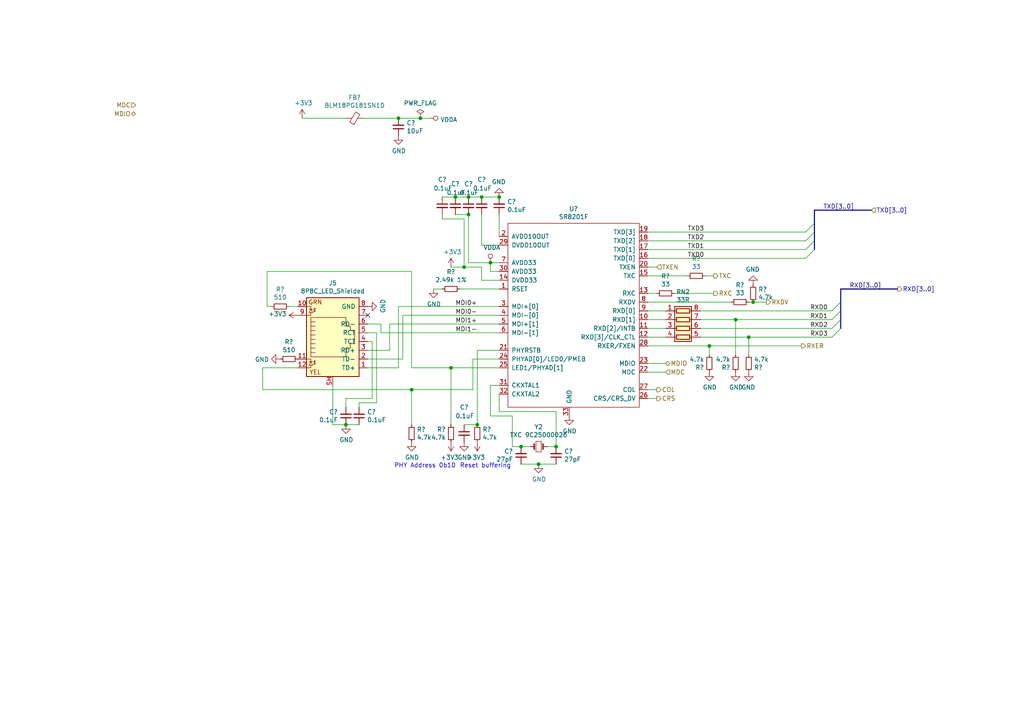
<source format=kicad_sch>
(kicad_sch (version 20231120) (generator "eeschema") (generator_version "8.0")
  (paper "A4")
  (title_block (rev "1.0"))
  (lib_symbols
    (symbol "100base-t1-converter-rescue:+3V3-power" (power) (pin_names (offset 0))
      (property "Value" "power_+3V3" (at 0 3.556 0))
      (symbol "+3V3-power_0_1"
        (polyline (pts (xy -0.762 1.27) (xy 0 2.54)))
        (polyline (pts (xy 0 0) (xy 0 2.54)))
        (polyline (pts (xy 0 2.54) (xy 0.762 1.27)))
      )
      (symbol "+3V3-power_1_1"
        (pin power_in line (at 0 0 90) (length 0) hide (name "+3V3") (number "1"))
      )
    )
    (symbol "100base-t1-converter-rescue:Ferrite_Bead_Small-Device" (pin_numbers hide) (pin_names (offset 0))
      (property "Reference" "FB" (at 1.905 1.27 0))
      (property "Value" "Device_Ferrite_Bead_Small" (at 1.905 -1.27 0))
      (symbol "Ferrite_Bead_Small-Device_0_1"
        (polyline (pts (xy 0 -1.27) (xy 0 -0.7874)))
        (polyline (pts (xy 0 0.889) (xy 0 1.2954)))
        (polyline (pts (xy -1.8288 0.2794) (xy -1.1176 1.4986) (xy 1.8288 -0.2032) (xy 1.1176 -1.4224) (xy -1.8288 0.2794)))
      )
      (symbol "Ferrite_Bead_Small-Device_1_1"
        (pin passive line (at 0 2.54 270) (length 1.27) (name "~") (number "1"))
        (pin passive line (at 0 -2.54 90) (length 1.27) (name "~") (number "2"))
      )
    )
    (symbol "100base-t1-converter-rescue:GND-power" (power) (pin_names (offset 0))
      (property "Value" "power_GND" (at 0 -3.81 0))
      (symbol "GND-power_0_1"
        (polyline (pts (xy 0 0) (xy 0 -1.27) (xy 1.27 -1.27) (xy 0 -2.54) (xy -1.27 -1.27) (xy 0 -1.27)))
      )
      (symbol "GND-power_1_1"
        (pin power_in line (at 0 0 270) (length 0) hide (name "GND") (number "1"))
      )
    )
    (symbol "100base-t1-converter-rescue:PWR_FLAG-power" (power) (pin_numbers hide) (pin_names (offset 0) hide)
      (property "Value" "power_PWR_FLAG" (at 0 3.81 0))
      (symbol "PWR_FLAG-power_0_0"
        (pin power_out line (at 0 0 90) (length 0) (name "pwr") (number "1"))
      )
      (symbol "PWR_FLAG-power_0_1"
        (polyline (pts (xy 0 0) (xy 0 1.27) (xy -1.016 1.905) (xy 0 2.54) (xy 1.016 1.905) (xy 0 1.27)))
      )
    )
    (symbol "100base-t1-converter-rescue:VDDA-power" (power) (pin_names (offset 0))
      (property "Value" "power_VDDA" (at 0 3.81 0))
      (symbol "VDDA-power_0_1"
        (polyline (pts (xy 0 0) (xy 0 1.27)))
        (circle (center 0 1.905) (radius 0.635))
      )
      (symbol "VDDA-power_1_1"
        (pin power_in line (at 0 0 90) (length 0) hide (name "VDDA") (number "1"))
      )
    )
    (symbol "Device:C_Small" (pin_numbers hide) (pin_names (offset 0.254) hide)
      (property "Reference" "C" (at 0.254 1.778 0))
      (property "Value" "C_Small" (at 0.254 -2.032 0))
      (symbol "C_Small_0_1"
        (polyline (pts (xy -1.524 -0.508) (xy 1.524 -0.508)) (stroke (width 0.3302)))
        (polyline (pts (xy -1.524 0.508) (xy 1.524 0.508)) (stroke (width 0.3048)))
      )
      (symbol "C_Small_1_1"
        (pin passive line (at 0 2.54 270) (length 2.032) (name "~") (number "1"))
        (pin passive line (at 0 -2.54 90) (length 2.032) (name "~") (number "2"))
      )
    )
    (symbol "Device:Crystal_Small" (pin_numbers hide) (pin_names (offset 1.016) hide)
      (property "Reference" "Y" (at 0 2.54 0))
      (property "Value" "Crystal_Small" (at 0 -2.54 0))
      (symbol "Crystal_Small_0_1"
        (rectangle (start -0.762 -1.524) (end 0.762 1.524))
        (polyline (pts (xy -1.27 -0.762) (xy -1.27 0.762)) (stroke (width 0.381)))
        (polyline (pts (xy 1.27 -0.762) (xy 1.27 0.762)) (stroke (width 0.381)))
      )
      (symbol "Crystal_Small_1_1"
        (pin passive line (at -2.54 0 0) (length 1.27) (name "1") (number "1"))
        (pin passive line (at 2.54 0 180) (length 1.27) (name "2") (number "2"))
      )
    )
    (symbol "Device:R_Pack04" (pin_names (offset 0) hide)
      (property "Reference" "RN" (at -7.62 0 90))
      (property "Value" "R_Pack04" (at 5.08 0 90))
      (symbol "R_Pack04_0_1"
        (rectangle (start -6.35 -2.413) (end 3.81 2.413) (stroke (width 0.254)) (fill (type background)))
        (rectangle (start -5.715 1.905) (end -4.445 -1.905) (stroke (width 0.254)))
        (rectangle (start -3.175 1.905) (end -1.905 -1.905) (stroke (width 0.254)))
        (rectangle (start -0.635 1.905) (end 0.635 -1.905) (stroke (width 0.254)))
        (polyline (pts (xy -5.08 -2.54) (xy -5.08 -1.905)))
        (polyline (pts (xy -5.08 1.905) (xy -5.08 2.54)))
        (polyline (pts (xy -2.54 -2.54) (xy -2.54 -1.905)))
        (polyline (pts (xy -2.54 1.905) (xy -2.54 2.54)))
        (polyline (pts (xy 0 -2.54) (xy 0 -1.905)))
        (polyline (pts (xy 0 1.905) (xy 0 2.54)))
        (polyline (pts (xy 2.54 -2.54) (xy 2.54 -1.905)))
        (polyline (pts (xy 2.54 1.905) (xy 2.54 2.54)))
        (rectangle (start 1.905 1.905) (end 3.175 -1.905) (stroke (width 0.254)))
      )
      (symbol "R_Pack04_1_1"
        (pin passive line (at -5.08 -5.08 90) (length 2.54) (name "R1.1") (number "1"))
        (pin passive line (at -2.54 -5.08 90) (length 2.54) (name "R2.1") (number "2"))
        (pin passive line (at 0 -5.08 90) (length 2.54) (name "R3.1") (number "3"))
        (pin passive line (at 2.54 -5.08 90) (length 2.54) (name "R4.1") (number "4"))
        (pin passive line (at 2.54 5.08 270) (length 2.54) (name "R4.2") (number "5"))
        (pin passive line (at 0 5.08 270) (length 2.54) (name "R3.2") (number "6"))
        (pin passive line (at -2.54 5.08 270) (length 2.54) (name "R2.2") (number "7"))
        (pin passive line (at -5.08 5.08 270) (length 2.54) (name "R1.2") (number "8"))
      )
    )
    (symbol "Device:R_Small" (pin_numbers hide) (pin_names (offset 0.254) hide)
      (property "Reference" "R" (at 0.762 0.508 0))
      (property "Value" "R_Small" (at 0.762 -1.016 0))
      (symbol "R_Small_0_1"
        (rectangle (start -0.762 1.778) (end 0.762 -1.778) (stroke (width 0.2032)))
      )
      (symbol "R_Small_1_1"
        (pin passive line (at 0 2.54 270) (length 0.762) (name "~") (number "1"))
        (pin passive line (at 0 -2.54 90) (length 0.762) (name "~") (number "2"))
      )
    )
    (symbol "custom:8P8C_LED_Shielded" (pin_names (offset 1.016))
      (property "Reference" "J" (at -5.08 13.97 0))
      (property "Value" "8P8C_LED_Shielded" (at 1.27 13.97 0))
      (symbol "8P8C_LED_Shielded_0_0"
        (text "GRN" (at -5.08 11.43 0) (effects (font (size 1.27 1.27))))
        (text "YEL" (at -5.08 -8.89 0) (effects (font (size 1.27 1.27))))
      )
      (symbol "8P8C_LED_Shielded_0_1"
        (polyline (pts (xy -7.62 -7.62) (xy -6.35 -7.62)))
        (polyline (pts (xy -7.62 -5.08) (xy -6.35 -5.08)))
        (polyline (pts (xy -7.62 7.62) (xy -6.35 7.62)))
        (polyline (pts (xy -7.62 10.16) (xy -6.35 10.16)))
        (polyline (pts (xy -6.858 -5.842) (xy -5.842 -5.842)))
        (polyline (pts (xy -6.858 9.398) (xy -5.842 9.398)))
        (polyline (pts (xy -6.35 -7.62) (xy -6.35 -6.858)))
        (polyline (pts (xy -6.35 -5.08) (xy -6.35 -5.842)))
        (polyline (pts (xy -6.35 7.62) (xy -6.35 8.382)))
        (polyline (pts (xy -6.35 10.16) (xy -6.35 9.398)))
        (polyline (pts (xy -5.08 -6.223) (xy -5.207 -6.604)))
        (polyline (pts (xy -5.08 -5.588) (xy -5.207 -5.969)))
        (polyline (pts (xy -5.08 4.445) (xy -6.35 4.445)))
        (polyline (pts (xy -5.08 5.715) (xy -6.35 5.715)))
        (polyline (pts (xy -5.08 9.017) (xy -5.207 8.636)))
        (polyline (pts (xy -5.08 9.652) (xy -5.207 9.271)))
        (polyline (pts (xy -6.35 -3.175) (xy -5.08 -3.175) (xy -5.08 -3.175)))
        (polyline (pts (xy -6.35 -1.905) (xy -5.08 -1.905) (xy -5.08 -1.905)))
        (polyline (pts (xy -6.35 -0.635) (xy -5.08 -0.635) (xy -5.08 -0.635)))
        (polyline (pts (xy -6.35 0.635) (xy -5.08 0.635) (xy -5.08 0.635)))
        (polyline (pts (xy -6.35 1.905) (xy -5.08 1.905) (xy -5.08 1.905)))
        (polyline (pts (xy -5.588 -6.731) (xy -5.08 -6.223) (xy -5.461 -6.35)))
        (polyline (pts (xy -5.588 -6.096) (xy -5.08 -5.588) (xy -5.461 -5.715)))
        (polyline (pts (xy -5.588 8.509) (xy -5.08 9.017) (xy -5.461 8.89)))
        (polyline (pts (xy -5.588 9.144) (xy -5.08 9.652) (xy -5.461 9.525)))
        (polyline (pts (xy -5.08 3.175) (xy -6.35 3.175) (xy -6.35 3.175)))
        (polyline (pts (xy -6.35 -5.842) (xy -6.858 -6.858) (xy -5.842 -6.858) (xy -6.35 -5.842)))
        (polyline (pts (xy -6.35 9.398) (xy -6.858 8.382) (xy -5.842 8.382) (xy -6.35 9.398)))
        (polyline (pts (xy -6.35 -4.445) (xy -6.35 6.985) (xy 3.81 6.985) (xy 3.81 4.445) (xy 5.08 4.445) (xy 5.08 3.175) (xy 6.35 3.175) (xy 6.35 -0.635) (xy 5.08 -0.635) (xy 5.08 -1.905) (xy 3.81 -1.905) (xy 3.81 -4.445) (xy -6.35 -4.445) (xy -6.35 -4.445)))
        (rectangle (start 7.62 12.7) (end -7.62 -10.16) (stroke (width 0.254)) (fill (type background)))
      )
      (symbol "8P8C_LED_Shielded_1_1"
        (pin passive line (at 10.16 -7.62 180) (length 2.54) (name "TD+") (number "1"))
        (pin passive line (at -10.16 10.16 0) (length 2.54) (name "~") (number "10"))
        (pin passive line (at -10.16 -5.08 0) (length 2.54) (name "~") (number "11"))
        (pin passive line (at -10.16 -7.62 0) (length 2.54) (name "~") (number "12"))
        (pin passive line (at 10.16 -5.08 180) (length 2.54) (name "TD-") (number "2"))
        (pin passive line (at 10.16 -2.54 180) (length 2.54) (name "RD+") (number "3"))
        (pin passive line (at 10.16 0 180) (length 2.54) (name "TCT") (number "4"))
        (pin passive line (at 10.16 2.54 180) (length 2.54) (name "RCT") (number "5"))
        (pin passive line (at 10.16 5.08 180) (length 2.54) (name "RD-") (number "6"))
        (pin passive line (at 10.16 7.62 180) (length 2.54) (name "~") (number "7"))
        (pin passive line (at 10.16 10.16 180) (length 2.54) (name "GND") (number "8"))
        (pin passive line (at -10.16 7.62 0) (length 2.54) (name "~") (number "9"))
        (pin passive line (at 0 -12.7 90) (length 2.54) (name "~") (number "SH"))
      )
    )
    (symbol "custom:SR8201F" (pin_names (offset 1.016))
      (property "Reference" "U" (at 0 0 0))
      (property "Value" "SR8201F" (at 0 0 0))
      (symbol "SR8201F_0_1"
        (rectangle (start 19.05 26.67) (end -19.05 -26.67))
      )
      (symbol "SR8201F_1_1"
        (pin input line (at -21.59 7.62 0) (length 2.54) (name "RSET") (number "1"))
        (pin output line (at 21.59 -1.27 180) (length 2.54) (name "RXD[1]") (number "10"))
        (pin output line (at 21.59 -3.81 180) (length 2.54) (name "RXD[2]/INTB") (number "11"))
        (pin output line (at 21.59 -6.35 180) (length 2.54) (name "RXD[3]/CLK_CTL") (number "12"))
        (pin input line (at 21.59 6.35 180) (length 2.54) (name "RXC") (number "13"))
        (pin power_in line (at -21.59 10.16 0) (length 2.54) (name "DVDD33") (number "14"))
        (pin output line (at 21.59 11.43 180) (length 2.54) (name "TXC") (number "15"))
        (pin input line (at 21.59 16.51 180) (length 2.54) (name "TXD[0]") (number "16"))
        (pin input line (at 21.59 19.05 180) (length 2.54) (name "TXD[1]") (number "17"))
        (pin input line (at 21.59 21.59 180) (length 2.54) (name "TXD[2]") (number "18"))
        (pin input line (at 21.59 24.13 180) (length 2.54) (name "TXD[3]") (number "19"))
        (pin power_out line (at -21.59 22.86 0) (length 2.54) (name "AVDD10OUT") (number "2"))
        (pin input line (at 21.59 13.97 180) (length 2.54) (name "TXEN") (number "20"))
        (pin input line (at -21.59 -10.16 0) (length 2.54) (name "PHYRSTB") (number "21"))
        (pin input line (at 21.59 -16.51 180) (length 2.54) (name "MDC") (number "22"))
        (pin bidirectional line (at 21.59 -13.97 180) (length 2.54) (name "MDIO") (number "23"))
        (pin output line (at -21.59 -12.7 0) (length 2.54) (name "PHYAD[0]/LED0/PMEB") (number "24"))
        (pin output line (at -21.59 -15.24 0) (length 2.54) (name "LED1/PHYAD[1]") (number "25"))
        (pin output line (at 21.59 -24.13 180) (length 2.54) (name "CRS/CRS_DV") (number "26"))
        (pin output line (at 21.59 -21.59 180) (length 2.54) (name "COL") (number "27"))
        (pin output line (at 21.59 -8.89 180) (length 2.54) (name "RXER/FXEN") (number "28"))
        (pin power_out line (at -21.59 20.32 0) (length 2.54) (name "DVDD10OUT") (number "29"))
        (pin output line (at -21.59 2.54 0) (length 2.54) (name "MDI+[0]") (number "3"))
        (pin power_in line (at -21.59 12.7 0) (length 2.54) (name "AVDD33") (number "30"))
        (pin input line (at -21.59 -20.32 0) (length 2.54) (name "CKXTAL1") (number "31"))
        (pin bidirectional line (at -21.59 -22.86 0) (length 2.54) (name "CKXTAL2") (number "32"))
        (pin power_in line (at -1.27 -29.21 90) (length 2.54) (name "GND") (number "33"))
        (pin output line (at -21.59 0 0) (length 2.54) (name "MDI-[0]") (number "4"))
        (pin output line (at -21.59 -2.54 0) (length 2.54) (name "MDI+[1]") (number "5"))
        (pin output line (at -21.59 -5.08 0) (length 2.54) (name "MDI-[1]") (number "6"))
        (pin power_in line (at -21.59 15.24 0) (length 2.54) (name "AVDD33") (number "7"))
        (pin output line (at 21.59 3.81 180) (length 2.54) (name "RXDV") (number "8"))
        (pin output line (at 21.59 1.27 180) (length 2.54) (name "RXD[0]") (number "9"))
      )
    )
  )
  (junction (at 135.89 57.15))
  (junction (at 121.92 34.29))
  (junction (at 134.62 77.47))
  (junction (at 144.78 57.15))
  (junction (at 135.89 62.23))
  (junction (at 138.43 123.19))
  (junction (at 100.33 123.19))
  (junction (at 119.38 113.03))
  (junction (at 115.57 34.29))
  (junction (at 132.08 57.15))
  (junction (at 218.44 87.63))
  (junction (at 142.24 76.2))
  (junction (at 213.36 92.71))
  (junction (at 205.74 100.33))
  (junction (at 139.7 57.15))
  (junction (at 151.13 129.54))
  (junction (at 161.29 129.54))
  (junction (at 217.17 97.79))
  (junction (at 156.21 134.62))
  (junction (at 130.81 106.68))
  (no_connect (at 106.68 91.44))
  (bus_entry (at 233.68 72.39) (size 2.54 -2.54))
  (bus_entry (at 243.84 90.17) (size -2.54 2.54))
  (bus_entry (at 236.22 67.31) (size -2.54 2.54))
  (bus_entry (at 233.68 67.31) (size 2.54 -2.54))
  (bus_entry (at 241.3 97.79) (size 2.54 -2.54))
  (bus_entry (at 241.3 95.25) (size 2.54 -2.54))
  (bus_entry (at 233.68 74.93) (size 2.54 -2.54))
  (bus_entry (at 241.3 90.17) (size 2.54 -2.54))
  (wire (pts (xy 144.78 71.12) (xy 139.7 71.12)))
  (wire (pts (xy 107.95 115.57) (xy 100.33 115.57)))
  (wire (pts (xy 132.08 62.23) (xy 135.89 62.23)))
  (wire (pts (xy 151.13 129.54) (xy 153.67 129.54)))
  (wire (pts (xy 125.73 83.82) (xy 128.27 83.82)))
  (wire (pts (xy 144.78 114.3) (xy 144.78 119.38)))
  (wire (pts (xy 144.78 111.76) (xy 142.24 111.76)))
  (wire (pts (xy 104.14 116.84) (xy 104.14 118.11)))
  (wire (pts (xy 135.89 76.2) (xy 142.24 76.2)))
  (wire (pts (xy 207.01 80.01) (xy 204.47 80.01)))
  (wire (pts (xy 161.29 129.54) (xy 158.75 129.54)))
  (wire (pts (xy 213.36 92.71) (xy 213.36 102.87)))
  (wire (pts (xy 138.43 101.6) (xy 138.43 123.19)))
  (wire (pts (xy 106.68 93.98) (xy 110.49 93.98)))
  (wire (pts (xy 139.7 71.12) (xy 139.7 62.23)))
  (wire (pts (xy 115.57 88.9) (xy 144.78 88.9)))
  (wire (pts (xy 119.38 106.68) (xy 119.38 78.74)))
  (wire (pts (xy 132.08 57.15) (xy 135.89 57.15)))
  (wire (pts (xy 87.63 34.29) (xy 100.33 34.29)))
  (bus (pts (xy 236.22 67.31) (xy 236.22 69.85)))
  (wire (pts (xy 119.38 113.03) (xy 119.38 123.19)))
  (wire (pts (xy 203.2 92.71) (xy 213.36 92.71)))
  (wire (pts (xy 142.24 111.76) (xy 142.24 120.65)))
  (wire (pts (xy 151.13 134.62) (xy 156.21 134.62)))
  (wire (pts (xy 199.39 80.01) (xy 187.96 80.01)))
  (wire (pts (xy 187.96 74.93) (xy 233.68 74.93)))
  (wire (pts (xy 205.74 100.33) (xy 187.96 100.33)))
  (wire (pts (xy 203.2 97.79) (xy 217.17 97.79)))
  (wire (pts (xy 144.78 104.14) (xy 137.16 104.14)))
  (wire (pts (xy 134.62 123.19) (xy 138.43 123.19)))
  (wire (pts (xy 100.33 123.19) (xy 104.14 123.19)))
  (wire (pts (xy 76.2 113.03) (xy 76.2 106.68)))
  (bus (pts (xy 236.22 69.85) (xy 236.22 72.39)))
  (bus (pts (xy 243.84 90.17) (xy 243.84 92.71)))
  (wire (pts (xy 187.96 85.09) (xy 190.5 85.09)))
  (wire (pts (xy 187.96 107.95) (xy 193.04 107.95)))
  (wire (pts (xy 113.03 93.98) (xy 144.78 93.98)))
  (wire (pts (xy 187.96 67.31) (xy 233.68 67.31)))
  (wire (pts (xy 128.27 57.15) (xy 132.08 57.15)))
  (wire (pts (xy 119.38 113.03) (xy 76.2 113.03)))
  (wire (pts (xy 121.92 34.29) (xy 124.46 34.29)))
  (wire (pts (xy 139.7 77.47) (xy 134.62 77.47)))
  (wire (pts (xy 217.17 97.79) (xy 217.17 102.87)))
  (wire (pts (xy 76.2 106.68) (xy 86.36 106.68)))
  (wire (pts (xy 109.22 116.84) (xy 104.14 116.84)))
  (wire (pts (xy 144.78 81.28) (xy 139.7 81.28)))
  (wire (pts (xy 130.81 106.68) (xy 130.81 123.19)))
  (wire (pts (xy 144.78 62.23) (xy 144.78 68.58)))
  (wire (pts (xy 128.27 62.23) (xy 128.27 63.5)))
  (wire (pts (xy 113.03 101.6) (xy 113.03 93.98)))
  (wire (pts (xy 119.38 78.74) (xy 77.47 78.74)))
  (wire (pts (xy 119.38 113.03) (xy 137.16 113.03)))
  (wire (pts (xy 110.49 96.52) (xy 144.78 96.52)))
  (wire (pts (xy 187.96 97.79) (xy 193.04 97.79)))
  (wire (pts (xy 142.24 120.65) (xy 148.59 120.65)))
  (wire (pts (xy 190.5 115.57) (xy 187.96 115.57)))
  (wire (pts (xy 213.36 92.71) (xy 241.3 92.71)))
  (wire (pts (xy 144.78 101.6) (xy 138.43 101.6)))
  (wire (pts (xy 106.68 106.68) (xy 115.57 106.68)))
  (wire (pts (xy 115.57 34.29) (xy 121.92 34.29)))
  (wire (pts (xy 212.09 87.63) (xy 187.96 87.63)))
  (wire (pts (xy 137.16 104.14) (xy 137.16 113.03)))
  (wire (pts (xy 144.78 119.38) (xy 161.29 119.38)))
  (wire (pts (xy 148.59 129.54) (xy 151.13 129.54)))
  (wire (pts (xy 106.68 96.52) (xy 109.22 96.52)))
  (bus (pts (xy 236.22 60.96) (xy 252.73 60.96)))
  (bus (pts (xy 243.84 83.82) (xy 260.35 83.82)))
  (wire (pts (xy 134.62 63.5) (xy 134.62 77.47)))
  (wire (pts (xy 161.29 119.38) (xy 161.29 129.54)))
  (wire (pts (xy 205.74 100.33) (xy 232.41 100.33)))
  (wire (pts (xy 105.41 34.29) (xy 115.57 34.29)))
  (bus (pts (xy 243.84 87.63) (xy 243.84 90.17)))
  (wire (pts (xy 139.7 57.15) (xy 144.78 57.15)))
  (wire (pts (xy 116.84 104.14) (xy 116.84 91.44)))
  (wire (pts (xy 119.38 106.68) (xy 130.81 106.68)))
  (wire (pts (xy 128.27 63.5) (xy 134.62 63.5)))
  (wire (pts (xy 133.35 83.82) (xy 144.78 83.82)))
  (wire (pts (xy 190.5 77.47) (xy 187.96 77.47)))
  (wire (pts (xy 156.21 134.62) (xy 161.29 134.62)))
  (wire (pts (xy 135.89 62.23) (xy 135.89 76.2)))
  (wire (pts (xy 144.78 76.2) (xy 142.24 76.2)))
  (wire (pts (xy 217.17 97.79) (xy 241.3 97.79)))
  (wire (pts (xy 187.96 92.71) (xy 193.04 92.71)))
  (wire (pts (xy 203.2 90.17) (xy 241.3 90.17)))
  (wire (pts (xy 187.96 95.25) (xy 193.04 95.25)))
  (wire (pts (xy 106.68 104.14) (xy 116.84 104.14)))
  (wire (pts (xy 77.47 88.9) (xy 78.74 88.9)))
  (bus (pts (xy 243.84 83.82) (xy 243.84 87.63)))
  (wire (pts (xy 100.33 115.57) (xy 100.33 118.11)))
  (wire (pts (xy 110.49 93.98) (xy 110.49 96.52)))
  (wire (pts (xy 142.24 76.2) (xy 142.24 78.74)))
  (wire (pts (xy 203.2 95.25) (xy 241.3 95.25)))
  (wire (pts (xy 195.58 85.09) (xy 207.01 85.09)))
  (wire (pts (xy 218.44 87.63) (xy 222.25 87.63)))
  (wire (pts (xy 187.96 90.17) (xy 193.04 90.17)))
  (bus (pts (xy 243.84 92.71) (xy 243.84 95.25)))
  (wire (pts (xy 148.59 120.65) (xy 148.59 129.54)))
  (wire (pts (xy 139.7 57.15) (xy 135.89 57.15)))
  (wire (pts (xy 190.5 113.03) (xy 187.96 113.03)))
  (bus (pts (xy 236.22 64.77) (xy 236.22 67.31)))
  (bus (pts (xy 236.22 60.96) (xy 236.22 64.77)))
  (wire (pts (xy 83.82 88.9) (xy 86.36 88.9)))
  (wire (pts (xy 115.57 106.68) (xy 115.57 88.9)))
  (wire (pts (xy 77.47 78.74) (xy 77.47 88.9)))
  (wire (pts (xy 130.81 106.68) (xy 144.78 106.68)))
  (wire (pts (xy 139.7 81.28) (xy 139.7 77.47)))
  (wire (pts (xy 187.96 72.39) (xy 233.68 72.39)))
  (wire (pts (xy 218.44 87.63) (xy 217.17 87.63)))
  (wire (pts (xy 109.22 96.52) (xy 109.22 116.84)))
  (wire (pts (xy 96.52 123.19) (xy 100.33 123.19)))
  (wire (pts (xy 106.68 101.6) (xy 113.03 101.6)))
  (wire (pts (xy 116.84 91.44) (xy 144.78 91.44)))
  (wire (pts (xy 205.74 102.87) (xy 205.74 100.33)))
  (wire (pts (xy 130.81 77.47) (xy 134.62 77.47)))
  (wire (pts (xy 187.96 105.41) (xy 193.04 105.41)))
  (wire (pts (xy 187.96 69.85) (xy 233.68 69.85)))
  (wire (pts (xy 96.52 111.76) (xy 96.52 123.19)))
  (wire (pts (xy 107.95 99.06) (xy 107.95 115.57)))
  (wire (pts (xy 106.68 99.06) (xy 107.95 99.06)))
  (wire (pts (xy 142.24 78.74) (xy 144.78 78.74)))
  (text "PHY Address 0b10" (at 114.3 135.89 0) (effects (font (size 1.27 1.27)) (justify left bottom)))
  (text "Reset buffering" (at 133.35 135.89 0) (effects (font (size 1.27 1.27)) (justify left bottom)))
  (label "TXD3" (at 199.39 67.31 0))
  (label "MDI0-" (at 132.08 91.44 0))
  (label "TXD2" (at 199.39 69.85 0))
  (label "RXD0" (at 234.95 90.17 0))
  (label "MDI0+" (at 132.08 88.9 0))
  (label "TXD0" (at 199.39 74.93 0))
  (label "TXD[3..0]" (at 238.76 60.96 0))
  (label "TXD1" (at 199.39 72.39 0))
  (label "RXD2" (at 234.95 95.25 0))
  (label "MDI1+" (at 132.08 93.98 0))
  (label "RXD3" (at 234.95 97.79 0))
  (label "MDI1-" (at 132.08 96.52 0))
  (label "RXD[3..0]" (at 246.38 83.82 0))
  (label "RXD1" (at 234.95 92.71 0))
  (hierarchical_label "COL" (shape output) (at 190.5 113.03 0))
  (hierarchical_label "MDIO" (shape bidirectional) (at 193.04 105.41 0))
  (hierarchical_label "CRS" (shape output) (at 190.5 115.57 0))
  (hierarchical_label "MDC" (shape input) (at 39.37 30.48 180))
  (hierarchical_label "RXER" (shape output) (at 232.41 100.33 0))
  (hierarchical_label "TXD[3..0]" (shape input) (at 252.73 60.96 0))
  (hierarchical_label "RXD[3..0]" (shape output) (at 260.35 83.82 0))
  (hierarchical_label "TXEN" (shape input) (at 190.5 77.47 0))
  (hierarchical_label "RXDV" (shape output) (at 222.25 87.63 0))
  (hierarchical_label "RXC" (shape output) (at 207.01 85.09 0))
  (hierarchical_label "MDIO" (shape bidirectional) (at 39.37 33.02 180))
  (hierarchical_label "MDC" (shape input) (at 193.04 107.95 0))
  (hierarchical_label "TXC" (shape output) (at 207.01 80.01 0))
  (symbol (lib_id "100base-t1-converter-rescue:GND-power") (at 106.68 88.9 90) (unit 1)
    (property "Reference" "#PWR?" (effects (hide yes)))
    (property "Value" "GND" (at 111.0742 88.773 0))
    (instances (project "" (path "" (reference "#PWR?") (unit 1)) (path "" (reference "#PWR0137") (unit 1))))
  )
  (symbol (lib_id "Device:C_Small") (at 100.33 120.65 0) (mirror x) (unit 1)
    (property "Reference" "C?" (at 98.0186 119.4816 0) (effects (justify right)))
    (property "Value" "0.1uF" (at 98.0186 121.793 0) (effects (justify right)))
    (property "Footprint" "Capacitor_SMD:C_0603_1608Metric_Pad1.05x0.95mm_HandSolder" (effects (hide yes)))
    (instances (project "" (path "" (reference "C?") (unit 1)) (path "" (reference "C19") (unit 1))))
  )
  (symbol (lib_id "Device:C_Small") (at 104.14 120.65 180) (unit 1)
    (property "Reference" "C?" (at 106.4768 119.4816 0) (effects (justify right)))
    (property "Value" "0.1uF" (at 106.4768 121.793 0) (effects (justify right)))
    (property "Footprint" "Capacitor_SMD:C_0603_1608Metric_Pad1.05x0.95mm_HandSolder" (effects (hide yes)))
    (instances (project "" (path "" (reference "C?") (unit 1)) (path "" (reference "C20") (unit 1))))
  )
  (symbol (lib_id "100base-t1-converter-rescue:GND-power") (at 125.73 83.82 0) (unit 1)
    (property "Reference" "#PWR?" (effects (hide yes)))
    (property "Value" "GND" (at 125.857 88.2142 0))
    (instances (project "" (path "" (reference "#PWR?") (unit 1)) (path "" (reference "#PWR0138") (unit 1))))
  )
  (symbol (lib_id "Device:R_Small") (at 130.81 83.82 90) (unit 1)
    (property "Reference" "R?" (at 130.81 78.8416 90))
    (property "Value" "2.49k 1%" (at 130.81 81.153 90))
    (property "Footprint" "Resistor_SMD:R_0603_1608Metric_Pad1.05x0.95mm_HandSolder" (effects (hide yes)))
    (instances (project "" (path "" (reference "R?") (unit 1)) (path "" (reference "R24") (unit 1))))
  )
  (symbol (lib_id "Device:C_Small") (at 128.27 59.69 0) (mirror y) (unit 1)
    (property "Reference" "C?" (at 127 52.07 0) (effects (justify right)))
    (property "Value" "0.1uF" (at 125.73 54.61 0) (effects (justify right)))
    (property "Footprint" "Capacitor_SMD:C_0603_1608Metric_Pad1.05x0.95mm_HandSolder" (effects (hide yes)))
    (instances (project "" (path "" (reference "C?") (unit 1)) (path "" (reference "C21") (unit 1))))
  )
  (symbol (lib_id "100base-t1-converter-rescue:GND-power") (at 165.1 120.65 0) (unit 1)
    (property "Reference" "#PWR?" (effects (hide yes)))
    (property "Value" "GND" (at 165.227 125.0442 0))
    (instances (project "" (path "" (reference "#PWR?") (unit 1)) (path "" (reference "#PWR0139") (unit 1))))
  )
  (symbol (lib_id "100base-t1-converter-rescue:VDDA-power") (at 142.24 76.2 0) (unit 1)
    (property "Reference" "#PWR?" (effects (hide yes)))
    (property "Value" "VDDA" (at 142.6718 71.8058 0))
    (instances (project "" (path "" (reference "#PWR?") (unit 1)) (path "" (reference "#PWR0140") (unit 1))))
  )
  (symbol (lib_id "Device:C_Small") (at 135.89 59.69 0) (mirror y) (unit 1)
    (property "Reference" "C?" (at 134.62 53.34 0) (effects (justify right)))
    (property "Value" "0.1uF" (at 133.35 55.88 0) (effects (justify right)))
    (property "Footprint" "Capacitor_SMD:C_0603_1608Metric_Pad1.05x0.95mm_HandSolder" (effects (hide yes)))
    (instances (project "" (path "" (reference "C?") (unit 1)) (path "" (reference "C23") (unit 1))))
  )
  (symbol (lib_id "100base-t1-converter-rescue:+3V3-power") (at 130.81 77.47 0) (unit 1)
    (property "Reference" "#PWR?" (effects (hide yes)))
    (property "Value" "+3V3" (at 131.191 73.0758 0))
    (instances (project "" (path "" (reference "#PWR?") (unit 1)) (path "" (reference "#PWR0141") (unit 1))))
  )
  (symbol (lib_id "100base-t1-converter-rescue:GND-power") (at 144.78 57.15 180) (unit 1)
    (property "Reference" "#PWR?" (effects (hide yes)))
    (property "Value" "GND" (at 144.653 52.7558 0))
    (instances (project "" (path "" (reference "#PWR?") (unit 1)) (path "" (reference "#PWR0142") (unit 1))))
  )
  (symbol (lib_id "Device:C_Small") (at 144.78 59.69 180) (unit 1)
    (property "Reference" "C?" (at 147.1168 58.5216 0) (effects (justify right)))
    (property "Value" "0.1uF" (at 147.1168 60.833 0) (effects (justify right)))
    (property "Footprint" "Capacitor_SMD:C_0603_1608Metric_Pad1.05x0.95mm_HandSolder" (effects (hide yes)))
    (instances (project "" (path "" (reference "C?") (unit 1)) (path "" (reference "C25") (unit 1))))
  )
  (symbol (lib_id "Device:C_Small") (at 139.7 59.69 0) (mirror y) (unit 1)
    (property "Reference" "C?" (at 138.43 52.07 0) (effects (justify right)))
    (property "Value" "0.1uF" (at 137.16 54.61 0) (effects (justify right)))
    (property "Footprint" "Capacitor_SMD:C_0603_1608Metric_Pad1.05x0.95mm_HandSolder" (effects (hide yes)))
    (instances (project "" (path "" (reference "C?") (unit 1)) (path "" (reference "C24") (unit 1))))
  )
  (symbol (lib_id "custom:SR8201F") (at 166.37 91.44 0) (unit 1)
    (property "Reference" "U?" (at 166.37 60.579 0))
    (property "Value" "SR8201F" (at 166.37 62.8904 0))
    (property "Footprint" "Package_DFN_QFN:QFN-32-1EP_5x5mm_P0.5mm_EP3.6x3.6mm_ThermalVias" (effects (hide yes)))
    (property "Datasheet" "https://datasheet.lcsc.com/szlcsc/1903141430_CoreChips-SR8201F_C378491.pdf" (effects (hide yes)))
    (instances (project "" (path "" (reference "U?") (unit 1)) (path "" (reference "U4") (unit 1))))
  )
  (symbol (lib_id "Device:R_Small") (at 138.43 125.73 0) (unit 1)
    (property "Reference" "R?" (at 139.9286 124.5616 0) (effects (justify left)))
    (property "Value" "4.7k" (at 139.9286 126.873 0) (effects (justify left)))
    (property "Footprint" "Resistor_SMD:R_0603_1608Metric_Pad1.05x0.95mm_HandSolder" (effects (hide yes)))
    (instances (project "" (path "" (reference "R?") (unit 1)) (path "" (reference "R26") (unit 1))))
  )
  (symbol (lib_id "100base-t1-converter-rescue:+3V3-power") (at 138.43 128.27 180) (unit 1)
    (property "Reference" "#PWR?" (effects (hide yes)))
    (property "Value" "+3V3" (at 138.049 132.6642 0))
    (instances (project "" (path "" (reference "#PWR?") (unit 1)) (path "" (reference "#PWR0143") (unit 1))))
  )
  (symbol (lib_id "Device:C_Small") (at 134.62 125.73 0) (mirror y) (unit 1)
    (property "Reference" "C?" (at 133.35 118.11 0) (effects (justify right)))
    (property "Value" "0.1uF" (at 132.08 120.65 0) (effects (justify right)))
    (property "Footprint" "Capacitor_SMD:C_0603_1608Metric_Pad1.05x0.95mm_HandSolder" (effects (hide yes)))
    (instances (project "" (path "" (reference "C?") (unit 1)) (path "" (reference "C22") (unit 1))))
  )
  (symbol (lib_id "100base-t1-converter-rescue:GND-power") (at 134.62 128.27 0) (unit 1)
    (property "Reference" "#PWR?" (effects (hide yes)))
    (property "Value" "GND" (at 134.747 132.6642 0))
    (instances (project "" (path "" (reference "#PWR?") (unit 1)) (path "" (reference "#PWR0144") (unit 1))))
  )
  (symbol (lib_id "Device:R_Small") (at 119.38 125.73 0) (unit 1)
    (property "Reference" "R?" (at 120.8786 124.5616 0) (effects (justify left)))
    (property "Value" "4.7k" (at 120.8786 126.873 0) (effects (justify left)))
    (property "Footprint" "Resistor_SMD:R_0603_1608Metric_Pad1.05x0.95mm_HandSolder" (effects (hide yes)))
    (instances (project "" (path "" (reference "R?") (unit 1)) (path "" (reference "R22") (unit 1))))
  )
  (symbol (lib_id "100base-t1-converter-rescue:GND-power") (at 119.38 128.27 0) (unit 1)
    (property "Reference" "#PWR?" (effects (hide yes)))
    (property "Value" "GND" (at 119.507 132.6642 0))
    (instances (project "" (path "" (reference "#PWR?") (unit 1)) (path "" (reference "#PWR0145") (unit 1))))
  )
  (symbol (lib_id "Device:R_Small") (at 83.82 104.14 90) (mirror x) (unit 1)
    (property "Reference" "R?" (at 83.82 99.1616 90))
    (property "Value" "510" (at 83.82 101.473 90))
    (property "Footprint" "Resistor_SMD:R_0603_1608Metric_Pad1.05x0.95mm_HandSolder" (effects (hide yes)))
    (instances (project "" (path "" (reference "R?") (unit 1)) (path "" (reference "R21") (unit 1))))
  )
  (symbol (lib_id "Device:R_Small") (at 81.28 88.9 90) (mirror x) (unit 1)
    (property "Reference" "R?" (at 81.28 83.9216 90))
    (property "Value" "510" (at 81.28 86.233 90))
    (property "Footprint" "Resistor_SMD:R_0603_1608Metric_Pad1.05x0.95mm_HandSolder" (effects (hide yes)))
    (instances (project "" (path "" (reference "R?") (unit 1)) (path "" (reference "R23") (unit 1))))
  )
  (symbol (lib_id "Device:R_Small") (at 130.81 125.73 0) (mirror x) (unit 1)
    (property "Reference" "R?" (at 129.3114 124.5616 0) (effects (justify right)))
    (property "Value" "4.7k" (at 129.3114 126.873 0) (effects (justify right)))
    (property "Footprint" "Resistor_SMD:R_0603_1608Metric_Pad1.05x0.95mm_HandSolder" (effects (hide yes)))
    (instances (project "" (path "" (reference "R?") (unit 1)) (path "" (reference "R25") (unit 1))))
  )
  (symbol (lib_id "100base-t1-converter-rescue:+3V3-power") (at 130.81 128.27 180) (unit 1)
    (property "Reference" "#PWR?" (effects (hide yes)))
    (property "Value" "+3V3" (at 130.429 132.6642 0))
    (instances (project "" (path "" (reference "#PWR?") (unit 1)) (path "" (reference "#PWR0146") (unit 1))))
  )
  (symbol (lib_id "Device:Crystal_Small") (at 156.21 129.54 0) (unit 1)
    (property "Reference" "Y2" (at 156.21 123.825 0))
    (property "Value" "TXC 9C25000026" (at 156.21 126.1364 0))
    (property "Footprint" "Crystal:Crystal_SMD_HC49-SD_HandSoldering" (effects (hide yes)))
  )
  (symbol (lib_id "Device:C_Small") (at 161.29 132.08 180) (unit 1)
    (property "Reference" "C?" (at 163.6268 130.9116 0) (effects (justify right)))
    (property "Value" "27pF" (at 163.6268 133.223 0) (effects (justify right)))
    (property "Footprint" "Capacitor_SMD:C_0603_1608Metric_Pad1.05x0.95mm_HandSolder" (effects (hide yes)))
    (instances (project "" (path "" (reference "C?") (unit 1)) (path "" (reference "C27") (unit 1))))
  )
  (symbol (lib_id "Device:C_Small") (at 151.13 132.08 0) (mirror x) (unit 1)
    (property "Reference" "C?" (at 148.8186 130.9116 0) (effects (justify right)))
    (property "Value" "27pF" (at 148.8186 133.223 0) (effects (justify right)))
    (property "Footprint" "Capacitor_SMD:C_0603_1608Metric_Pad1.05x0.95mm_HandSolder" (effects (hide yes)))
    (instances (project "" (path "" (reference "C?") (unit 1)) (path "" (reference "C26") (unit 1))))
  )
  (symbol (lib_id "100base-t1-converter-rescue:GND-power") (at 156.21 134.62 0) (unit 1)
    (property "Reference" "#PWR?" (effects (hide yes)))
    (property "Value" "GND" (at 156.337 139.0142 0))
    (instances (project "" (path "" (reference "#PWR?") (unit 1)) (path "" (reference "#PWR0147") (unit 1))))
  )
  (symbol (lib_id "Device:R_Small") (at 218.44 85.09 0) (unit 1)
    (property "Reference" "R?" (at 219.9386 83.9216 0) (effects (justify left)))
    (property "Value" "4.7k" (at 219.9386 86.233 0) (effects (justify left)))
    (property "Footprint" "Resistor_SMD:R_0603_1608Metric_Pad1.05x0.95mm_HandSolder" (effects (hide yes)))
    (instances (project "" (path "" (reference "R?") (unit 1)) (path "" (reference "R31") (unit 1))))
  )
  (symbol (lib_id "100base-t1-converter-rescue:GND-power") (at 218.44 82.55 180) (unit 1)
    (property "Reference" "#PWR?" (effects (hide yes)))
    (property "Value" "GND" (at 218.313 78.1558 0))
    (instances (project "" (path "" (reference "#PWR?") (unit 1)) (path "" (reference "#PWR0148") (unit 1))))
  )
  (symbol (lib_id "Device:R_Small") (at 213.36 105.41 180) (unit 1)
    (property "Reference" "R?" (at 211.8614 106.5784 0) (effects (justify left)))
    (property "Value" "4.7k" (at 211.8614 104.267 0) (effects (justify left)))
    (property "Footprint" "Resistor_SMD:R_0603_1608Metric_Pad1.05x0.95mm_HandSolder" (effects (hide yes)))
    (instances (project "" (path "" (reference "R?") (unit 1)) (path "" (reference "R30") (unit 1))))
  )
  (symbol (lib_id "100base-t1-converter-rescue:GND-power") (at 213.36 107.95 0) (unit 1)
    (property "Reference" "#PWR?" (effects (hide yes)))
    (property "Value" "GND" (at 213.487 112.3442 0))
    (instances (project "" (path "" (reference "#PWR?") (unit 1)) (path "" (reference "#PWR0149") (unit 1))))
  )
  (symbol (lib_id "Device:R_Small") (at 217.17 105.41 0) (mirror x) (unit 1)
    (property "Reference" "R?" (at 218.6686 106.5784 0) (effects (justify left)))
    (property "Value" "4.7k" (at 218.6686 104.267 0) (effects (justify left)))
    (property "Footprint" "Resistor_SMD:R_0603_1608Metric_Pad1.05x0.95mm_HandSolder" (effects (hide yes)))
    (instances (project "" (path "" (reference "R?") (unit 1)) (path "" (reference "R32") (unit 1))))
  )
  (symbol (lib_id "100base-t1-converter-rescue:GND-power") (at 217.17 107.95 0) (mirror y) (unit 1)
    (property "Reference" "#PWR?" (effects (hide yes)))
    (property "Value" "GND" (at 217.043 112.3442 0))
    (instances (project "" (path "" (reference "#PWR?") (unit 1)) (path "" (reference "#PWR0150") (unit 1))))
  )
  (symbol (lib_id "Device:R_Small") (at 205.74 105.41 180) (unit 1)
    (property "Reference" "R?" (at 204.2414 106.5784 0) (effects (justify left)))
    (property "Value" "4.7k" (at 204.2414 104.267 0) (effects (justify left)))
    (property "Footprint" "Resistor_SMD:R_0603_1608Metric_Pad1.05x0.95mm_HandSolder" (effects (hide yes)))
    (instances (project "" (path "" (reference "R?") (unit 1)) (path "" (reference "R29") (unit 1))))
  )
  (symbol (lib_id "100base-t1-converter-rescue:GND-power") (at 205.74 107.95 0) (unit 1)
    (property "Reference" "#PWR?" (effects (hide yes)))
    (property "Value" "GND" (at 205.867 112.3442 0))
    (instances (project "" (path "" (reference "#PWR?") (unit 1)) (path "" (reference "#PWR0151") (unit 1))))
  )
  (symbol (lib_id "Device:R_Small") (at 193.04 85.09 270) (unit 1)
    (property "Reference" "R?" (at 193.04 80.1116 90))
    (property "Value" "33" (at 193.04 82.423 90))
    (property "Footprint" "Resistor_SMD:R_0603_1608Metric_Pad1.05x0.95mm_HandSolder" (effects (hide yes)))
    (instances (project "" (path "" (reference "R?") (unit 1)) (path "" (reference "R27") (unit 1))))
  )
  (symbol (lib_id "Device:R_Small") (at 201.93 80.01 270) (mirror x) (unit 1)
    (property "Reference" "R?" (at 201.93 75.0316 90))
    (property "Value" "33" (at 201.93 77.343 90))
    (property "Footprint" "Resistor_SMD:R_0603_1608Metric_Pad1.05x0.95mm_HandSolder" (effects (hide yes)))
    (instances (project "" (path "" (reference "R?") (unit 1)) (path "" (reference "R28") (unit 1))))
  )
  (symbol (lib_id "Device:R_Pack04") (at 198.12 95.25 270) (unit 1)
    (property "Reference" "RN2" (at 198.12 84.6582 90))
    (property "Value" "33R" (at 198.12 86.9696 90))
    (property "Footprint" "custom:R_Array_Convex_Reversed_4x0603" (effects (hide yes)))
  )
  (symbol (lib_id "Device:R_Small") (at 214.63 87.63 270) (mirror x) (unit 1)
    (property "Reference" "R?" (at 214.63 82.6516 90))
    (property "Value" "33" (at 214.63 84.963 90))
    (property "Footprint" "Resistor_SMD:R_0603_1608Metric_Pad1.05x0.95mm_HandSolder" (effects (hide yes)))
    (instances (project "" (path "" (reference "R?") (unit 1)) (path "" (reference "R33") (unit 1))))
  )
  (symbol (lib_id "100base-t1-converter-rescue:GND-power") (at 100.33 123.19 0) (unit 1)
    (property "Reference" "#PWR?" (effects (hide yes)))
    (property "Value" "GND" (at 100.457 127.5842 0))
    (instances (project "" (path "" (reference "#PWR?") (unit 1)) (path "" (reference "#PWR0152") (unit 1))))
  )
  (symbol (lib_id "100base-t1-converter-rescue:VDDA-power") (at 124.46 34.29 270) (unit 1)
    (property "Reference" "#PWR?" (effects (hide yes)))
    (property "Value" "VDDA" (at 127.7112 34.7218 90) (effects (justify left)))
    (instances (project "" (path "" (reference "#PWR?") (unit 1)) (path "" (reference "#PWR0154") (unit 1))))
  )
  (symbol (lib_id "100base-t1-converter-rescue:GND-power") (at 115.57 39.37 0) (unit 1)
    (property "Reference" "#PWR?" (effects (hide yes)))
    (property "Value" "GND" (at 115.697 43.7642 0))
    (instances (project "" (path "" (reference "#PWR?") (unit 1)) (path "" (reference "#PWR0155") (unit 1))))
  )
  (symbol (lib_id "100base-t1-converter-rescue:Ferrite_Bead_Small-Device") (at 102.87 34.29 270) (unit 1)
    (property "Reference" "FB?" (at 102.87 28.2702 90))
    (property "Value" "BLM18PG181SN1D" (at 102.87 30.5816 90))
    (property "Footprint" "Inductor_SMD:L_0603_1608Metric_Pad1.05x0.95mm_HandSolder" (effects (hide yes)))
    (instances (project "" (path "" (reference "FB?") (unit 1)) (path "" (reference "FB5") (unit 1))))
  )
  (symbol (lib_id "Device:C_Small") (at 115.57 36.83 180) (unit 1)
    (property "Reference" "C?" (at 117.9068 35.6616 0) (effects (justify right)))
    (property "Value" "10uF" (at 117.9068 37.973 0) (effects (justify right)))
    (property "Footprint" "Capacitor_SMD:C_0603_1608Metric_Pad1.05x0.95mm_HandSolder" (effects (hide yes)))
    (instances (project "" (path "" (reference "C?") (unit 1)) (path "" (reference "C18") (unit 1))))
  )
  (symbol (lib_id "100base-t1-converter-rescue:+3V3-power") (at 87.63 34.29 0) (unit 1)
    (property "Reference" "#PWR?" (effects (hide yes)))
    (property "Value" "+3V3" (at 88.011 29.8958 0))
    (instances (project "" (path "" (reference "#PWR?") (unit 1)) (path "" (reference "#PWR0156") (unit 1))))
  )
  (symbol (lib_id "100base-t1-converter-rescue:PWR_FLAG-power") (at 121.92 34.29 0) (unit 1)
    (property "Reference" "#FLG0107" (effects (hide yes)))
    (property "Value" "PWR_FLAG" (at 121.92 29.8958 0))
  )
  (symbol (lib_id "custom:8P8C_LED_Shielded") (at 96.52 99.06 0) (unit 1)
    (property "Reference" "J5" (at 96.52 82.1182 0))
    (property "Value" "8P8C_LED_Shielded" (at 96.52 84.4296 0))
    (property "Footprint" "Connector_RJ:RJ45_Hanrun_HR911105A" (effects (hide yes)))
  )
  (symbol (lib_id "100base-t1-converter-rescue:GND-power") (at 81.28 104.14 270) (unit 1)
    (property "Reference" "#PWR?" (effects (hide yes)))
    (property "Value" "GND" (at 78.0288 104.267 90) (effects (justify right)))
    (instances (project "" (path "" (reference "#PWR?") (unit 1)) (path "" (reference "#PWR01") (unit 1))))
  )
  (symbol (lib_id "100base-t1-converter-rescue:+3V3-power") (at 86.36 91.44 90) (unit 1)
    (property "Reference" "#PWR?" (effects (hide yes)))
    (property "Value" "+3V3" (at 83.1088 91.059 90) (effects (justify left)))
    (instances (project "" (path "" (reference "#PWR?") (unit 1)) (path "" (reference "#PWR02") (unit 1))))
  )
  (symbol (lib_id "Device:C_Small") (at 132.08 59.69 0) (mirror y) (unit 1)
    (property "Reference" "C?" (at 130.81 53.34 0) (effects (justify right)))
    (property "Value" "0.1uF" (at 129.54 55.88 0) (effects (justify right)))
    (property "Footprint" "Capacitor_SMD:C_0603_1608Metric_Pad1.05x0.95mm_HandSolder" (effects (hide yes)))
    (instances (project "" (path "" (reference "C?") (unit 1)) (path "" (reference "C28") (unit 1))))
  )
)
</source>
